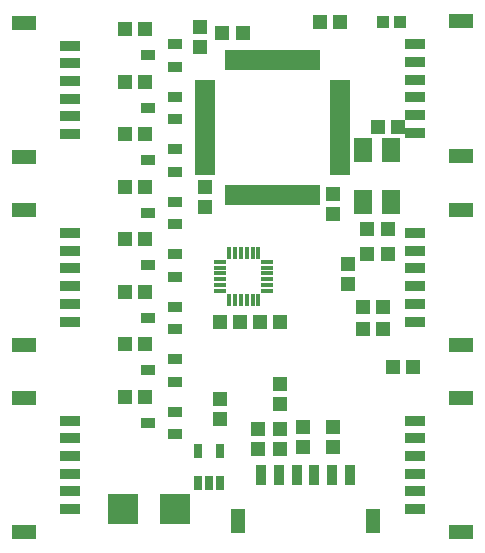
<source format=gbr>
G04 DipTrace Beta 2.3.9.1*
%INTopMask.gbr*%
%MOMM*%
%ADD15R,1.1X1.0*%
%ADD42R,1.6X2.0*%
%ADD44R,1.0X0.45*%
%ADD46R,0.45X1.0*%
%ADD48R,0.8X1.3*%
%ADD50R,0.5X1.8*%
%ADD52R,1.8X0.5*%
%ADD54R,1.25X0.85*%
%ADD59R,1.3X2.1*%
%ADD60R,0.9X1.7*%
%ADD62R,2.1X1.3*%
%ADD63R,1.7X0.9*%
%ADD65R,2.6X2.6*%
%ADD67R,1.2X1.3*%
%ADD69R,1.3X1.2*%
%FSLAX53Y53*%
G04*
G71*
G90*
G75*
G01*
%LNTopMask*%
%LPD*%
D69*
X30320Y53498D3*
X28620D3*
D67*
X27145Y40480D3*
Y38780D3*
X26725Y52330D3*
Y54030D3*
X28415Y20795D3*
Y22495D3*
X37940Y39845D3*
Y38145D3*
X33495Y22065D3*
Y23765D3*
D69*
X43020Y25240D3*
X44720D3*
X28415Y29050D3*
X30115D3*
X33495D3*
X31795D3*
X38575Y54450D3*
X36875D3*
X42600Y34765D3*
X40900D3*
X41750Y45560D3*
X43450D3*
D65*
X24605Y13175D3*
X20205D3*
D63*
X44925Y52545D3*
Y51045D3*
Y49545D3*
Y48045D3*
Y46545D3*
Y45045D3*
D62*
X48825Y43095D3*
Y54495D3*
D63*
X15715Y29050D3*
Y30550D3*
Y32050D3*
Y33550D3*
Y35050D3*
Y36550D3*
D62*
X11815Y38500D3*
Y27100D3*
D63*
X44925Y36550D3*
Y35050D3*
Y33550D3*
Y32050D3*
Y30550D3*
Y29050D3*
D62*
X48825Y27100D3*
Y38500D3*
D63*
X15715Y44925D3*
Y46425D3*
Y47925D3*
Y49425D3*
Y50925D3*
Y52425D3*
D62*
X11815Y54375D3*
Y42975D3*
D63*
X44925Y20675D3*
Y19175D3*
Y17675D3*
Y16175D3*
Y14675D3*
Y13175D3*
D62*
X48825Y11225D3*
Y22625D3*
D63*
X15715Y13175D3*
Y14675D3*
Y16175D3*
Y17675D3*
Y19175D3*
Y20675D3*
D62*
X11815Y22625D3*
Y11225D3*
D60*
X39407Y16032D3*
X37907D3*
X36407D3*
X34907D3*
X33407D3*
X31907D3*
D59*
X29957Y12132D3*
X41357D3*
D15*
X43655Y54450D3*
X42255D3*
D54*
X24605Y37305D3*
Y39205D3*
X22305Y38255D3*
X24605Y32860D3*
Y34760D3*
X22305Y33810D3*
X24605Y28415D3*
Y30315D3*
X22305Y29365D3*
X24605Y23970D3*
Y25870D3*
X22305Y24920D3*
X24605Y19525D3*
Y21425D3*
X22305Y20475D3*
X24605Y41750D3*
Y43650D3*
X22305Y42700D3*
X24605Y46195D3*
Y48095D3*
X22305Y47145D3*
X24605Y50640D3*
Y52540D3*
X22305Y51590D3*
D69*
X22065Y40480D3*
X20365D3*
X22065Y36035D3*
X20365D3*
X22065Y31590D3*
X20365D3*
X22065Y27145D3*
X20365D3*
X22065Y22700D3*
X20365D3*
X22065Y44925D3*
X20365D3*
X22065Y49370D3*
X20365D3*
X22065Y53815D3*
X20365D3*
X40480Y30320D3*
X42180D3*
X40480Y28415D3*
X42180D3*
D67*
X37940Y20160D3*
Y18460D3*
X35400Y20160D3*
Y18460D3*
D69*
X42600Y36885D3*
X40900D3*
D67*
X31590Y18255D3*
Y19955D3*
X39210Y32225D3*
Y33925D3*
X33495Y18255D3*
Y19955D3*
D52*
X38575Y41750D3*
Y42250D3*
Y42750D3*
Y43250D3*
Y43750D3*
Y44250D3*
Y44750D3*
Y45250D3*
Y45750D3*
Y46250D3*
Y46750D3*
Y47250D3*
Y47750D3*
Y48250D3*
Y48750D3*
Y49250D3*
D50*
X36625Y51200D3*
X36125D3*
X35625D3*
X35125D3*
X34625D3*
X34125D3*
X33625D3*
X33125D3*
X32625D3*
X32125D3*
X31625D3*
X31125D3*
X30625D3*
X30125D3*
X29625D3*
X29125D3*
D52*
X27175Y49250D3*
Y48750D3*
Y48250D3*
Y47750D3*
Y47250D3*
Y46750D3*
Y46250D3*
Y45750D3*
Y45250D3*
Y44750D3*
Y44250D3*
Y43750D3*
Y43250D3*
Y42750D3*
Y42250D3*
Y41750D3*
D50*
X29125Y39800D3*
X29625D3*
X30125D3*
X30625D3*
X31125D3*
X31625D3*
X32125D3*
X32625D3*
X33125D3*
X33625D3*
X34125D3*
X34625D3*
X35125D3*
X35625D3*
X36125D3*
X36625D3*
D48*
X26510Y15397D3*
X27460D3*
X28410D3*
Y18098D3*
X26510D3*
D46*
X31665Y34880D3*
X31165D3*
X30665D3*
X30165D3*
X29665D3*
X29165D3*
D44*
X28415Y34130D3*
Y33630D3*
Y33130D3*
Y32630D3*
Y32130D3*
Y31630D3*
D46*
X29165Y30880D3*
X29665D3*
X30165D3*
X30665D3*
X31165D3*
X31665D3*
D44*
X32415Y31630D3*
Y32130D3*
Y32630D3*
Y33130D3*
Y33630D3*
Y34130D3*
D42*
X40480Y39210D3*
Y43610D3*
X42880Y39210D3*
Y43610D3*
M02*

</source>
